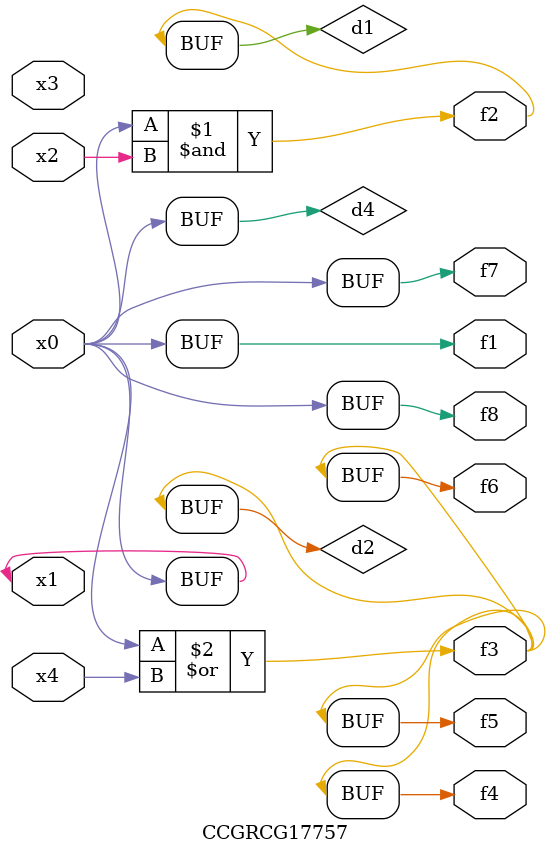
<source format=v>
module CCGRCG17757(
	input x0, x1, x2, x3, x4,
	output f1, f2, f3, f4, f5, f6, f7, f8
);

	wire d1, d2, d3, d4;

	and (d1, x0, x2);
	or (d2, x0, x4);
	nand (d3, x0, x2);
	buf (d4, x0, x1);
	assign f1 = d4;
	assign f2 = d1;
	assign f3 = d2;
	assign f4 = d2;
	assign f5 = d2;
	assign f6 = d2;
	assign f7 = d4;
	assign f8 = d4;
endmodule

</source>
